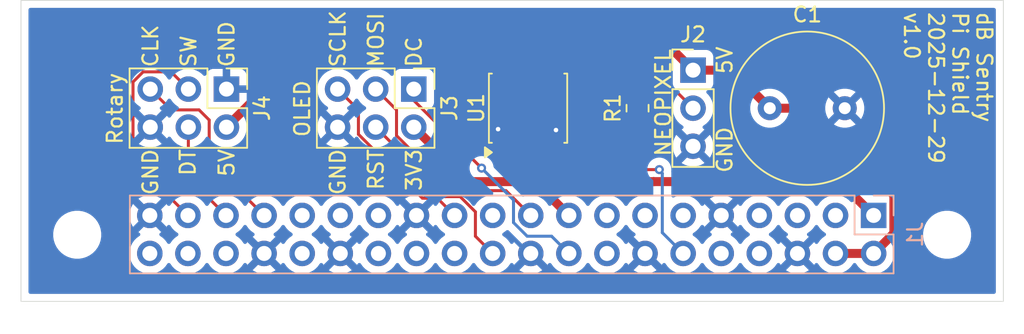
<source format=kicad_pcb>
(kicad_pcb (version 20241229) (generator "pcbnew") (generator_version "9.0")
  (layers (0 "F.Cu" signal) (2 "B.Cu" signal) (13 "F.Paste" user) (15 "B.Paste" user) (5 "F.SilkS" user "F.Silkscreen") (7 "B.SilkS" user "B.Silkscreen") (1 "F.Mask" user) (3 "B.Mask" user) (25 "Edge.Cuts" user))
  (net 0 "")
  (net 1 "+5V")
  (net 4 "GND")
  (net 5 "+3.3V")
  (net 7 "/ENCODER_CLK")
  (net 10 "/OLED_DC")
  (net 17 "/ENCODER_DT")
  (net 18 "/OLED_RST")
  (net 21 "/LED Data")
  (net 23 "/OLED_MOSI")
  (net 25 "/ENCODER_SW")
  (net 30 "/OLED_SCLK")
  (net 32 "Net-(R1-Pad1)")
  (net 33 "Net-(J2-Pin_2)")
  (footprint "MountingHole:MountingHole_2.7mm_M2.5" (layer "F.Cu") (at 108.84 76.75)
    (property "Reference" "H1" (hide yes))
    (property "Value" "MountingHole")
    (pad "" np_thru_hole circle (at 0 0) (size 2.7 2.7) (drill 2.7) (layers "*.Cu" "*.Mask"))
  )
  (footprint "Connector_PinHeader_2.54mm:PinHeader_1x03_P2.54mm_Vertical" (layer "F.Cu") (at 149.9 65.76)
    (property "Reference" "J2" (at 0 -2.38 0) (layer "F.SilkS"))
    (property "Value" "LED Header")
    (fp_line (start -1.38 -1.38) (end 0 -1.38) (stroke (width 0.12)) (layer "F.SilkS"))
    (fp_line (start -1.38 0) (end -1.38 -1.38) (stroke (width 0.12)) (layer "F.SilkS"))
    (fp_line (start -1.38 1.27) (end -1.38 6.46) (stroke (width 0.12)) (layer "F.SilkS"))
    (fp_line (start -1.38 1.27) (end 1.38 1.27) (stroke (width 0.12)) (layer "F.SilkS"))
    (fp_line (start -1.38 6.46) (end 1.38 6.46) (stroke (width 0.12)) (layer "F.SilkS"))
    (fp_line (start 1.38 1.27) (end 1.38 6.46) (stroke (width 0.12)) (layer "F.SilkS"))
    (pad "1" thru_hole rect (at 0 0) (size 1.7 1.7) (drill 1) (layers "*.Cu" "*.Mask") (net 1 "+5V"))
    (pad "2" thru_hole circle (at 0 2.54) (size 1.7 1.7) (drill 1) (layers "*.Cu" "*.Mask") (net 33 "Net-(J2-Pin_2)"))
    (pad "3" thru_hole circle (at 0 5.08) (size 1.7 1.7) (drill 1) (layers "*.Cu" "*.Mask") (net 4 "GND"))
  )
  (footprint "MountingHole:MountingHole_2.7mm_M2.5" (layer "F.Cu") (at 166.84 76.75)
    (property "Reference" "H2" (hide yes))
    (property "Value" "MountingHole")
    (pad "" np_thru_hole circle (at 0 0) (size 2.7 2.7) (drill 2.7) (layers "*.Cu" "*.Mask"))
  )
  (footprint "Connector_PinHeader_2.54mm:PinHeader_2x03_P2.54mm_Vertical" (layer "F.Cu") (at 118.79 67.025 -90)
    (property "Reference" "J4" (at 1.27 -2.38 90) (layer "F.SilkS"))
    (property "Value" "Rotary Encoder")
    (fp_line (start -1.38 6.46) (end 3.92 6.46) (stroke (width 0.12)) (layer "F.SilkS"))
    (fp_line (start -1.38 1.27) (end -1.38 6.46) (stroke (width 0.12)) (layer "F.SilkS"))
    (fp_line (start -1.38 1.27) (end 1.27 1.27) (stroke (width 0.12)) (layer "F.SilkS"))
    (fp_line (start 1.27 1.27) (end 1.27 -1.38) (stroke (width 0.12)) (layer "F.SilkS"))
    (fp_line (start -1.38 0) (end -1.38 -1.38) (stroke (width 0.12)) (layer "F.SilkS"))
    (fp_line (start -1.38 -1.38) (end 0 -1.38) (stroke (width 0.12)) (layer "F.SilkS"))
    (fp_line (start 1.27 -1.38) (end 3.92 -1.38) (stroke (width 0.12)) (layer "F.SilkS"))
    (fp_line (start 3.92 -1.38) (end 3.92 6.46) (stroke (width 0.12)) (layer "F.SilkS"))
    (pad "1" thru_hole rect (at 0 0 270) (size 1.7 1.7) (drill 1) (layers "*.Cu" "*.Mask") (net 4 "GND"))
    (pad "2" thru_hole circle (at 2.54 0 270) (size 1.7 1.7) (drill 1) (layers "*.Cu" "*.Mask") (net 1 "+5V"))
    (pad "3" thru_hole circle (at 0 2.54 270) (size 1.7 1.7) (drill 1) (layers "*.Cu" "*.Mask") (net 25 "/ENCODER_SW"))
    (pad "4" thru_hole circle (at 2.54 2.54 270) (size 1.7 1.7) (drill 1) (layers "*.Cu" "*.Mask") (net 17 "/ENCODER_DT"))
    (pad "5" thru_hole circle (at 0 5.08 270) (size 1.7 1.7) (drill 1) (layers "*.Cu" "*.Mask") (net 7 "/ENCODER_CLK"))
    (pad "6" thru_hole circle (at 2.54 5.08 270) (size 1.7 1.7) (drill 1) (layers "*.Cu" "*.Mask") (net 4 "GND"))
  )
  (footprint "Resistor_SMD:R_0805_2012Metric_Pad1.20x1.40mm_HandSolder" (layer "F.Cu") (at 146.2 68.3 90)
    (property "Reference" "R1" (at 0 -1.65 90) (layer "F.SilkS"))
    (property "Value" "330")
    (fp_line (start -0.227064 -0.735) (end 0.227064 -0.735) (stroke (width 0.12)) (layer "F.SilkS"))
    (fp_line (start -0.227064 0.735) (end 0.227064 0.735) (stroke (width 0.12)) (layer "F.SilkS"))
    (pad "1" smd roundrect (at -1 0 90) (size 1.2 1.4) (layers "F.Cu" "F.Mask" "F.Paste") (roundrect_rratio 0.208333) (net 32 "Net-(R1-Pad1)"))
    (pad "2" smd roundrect (at 1 0 90) (size 1.2 1.4) (layers "F.Cu" "F.Mask" "F.Paste") (roundrect_rratio 0.208333) (net 33 "Net-(J2-Pin_2)"))
  )
  (footprint "Connector_PinHeader_2.54mm:PinHeader_2x03_P2.54mm_Vertical" (layer "F.Cu") (at 131.28 67.025 -90)
    (property "Reference" "J3" (at 1.27 -2.38 90) (layer "F.SilkS"))
    (property "Value" "OLED Display")
    (fp_line (start -1.38 6.46) (end 3.92 6.46) (stroke (width 0.12)) (layer "F.SilkS"))
    (fp_line (start -1.38 1.27) (end -1.38 6.46) (stroke (width 0.12)) (layer "F.SilkS"))
    (fp_line (start -1.38 1.27) (end 1.27 1.27) (stroke (width 0.12)) (layer "F.SilkS"))
    (fp_line (start 1.27 1.27) (end 1.27 -1.38) (stroke (width 0.12)) (layer "F.SilkS"))
    (fp_line (start -1.38 0) (end -1.38 -1.38) (stroke (width 0.12)) (layer "F.SilkS"))
    (fp_line (start -1.38 -1.38) (end 0 -1.38) (stroke (width 0.12)) (layer "F.SilkS"))
    (fp_line (start 1.27 -1.38) (end 3.92 -1.38) (stroke (width 0.12)) (layer "F.SilkS"))
    (fp_line (start 3.92 -1.38) (end 3.92 6.46) (stroke (width 0.12)) (layer "F.SilkS"))
    (pad "1" thru_hole rect (at 0 0 270) (size 1.7 1.7) (drill 1) (layers "*.Cu" "*.Mask") (net 10 "/OLED_DC"))
    (pad "2" thru_hole circle (at 2.54 0 270) (size 1.7 1.7) (drill 1) (layers "*.Cu" "*.Mask") (net 5 "+3.3V"))
    (pad "3" thru_hole circle (at 0 2.54 270) (size 1.7 1.7) (drill 1) (layers "*.Cu" "*.Mask") (net 23 "/OLED_MOSI"))
    (pad "4" thru_hole circle (at 2.54 2.54 270) (size 1.7 1.7) (drill 1) (layers "*.Cu" "*.Mask") (net 18 "/OLED_RST"))
    (pad "5" thru_hole circle (at 0 5.08 270) (size 1.7 1.7) (drill 1) (layers "*.Cu" "*.Mask") (net 30 "/OLED_SCLK"))
    (pad "6" thru_hole circle (at 2.54 5.08 270) (size 1.7 1.7) (drill 1) (layers "*.Cu" "*.Mask") (net 4 "GND"))
  )
  (footprint "Capacitor_THT:C_Radial_D10.0mm_H16.0mm_P5.00mm" (layer "F.Cu") (at 155.015 68.3)
    (property "Reference" "C1" (at 2.5 -6.25 0) (layer "F.SilkS"))
    (property "Value" "1000uF")
    (fp_circle (center 2.5 0) (end 7.62 0) (stroke (width 0.12)) (fill no) (layer "F.SilkS"))
    (pad "1" thru_hole circle (at 0 0) (size 1.6 1.6) (drill 0.8) (layers "*.Cu" "*.Mask") (net 1 "+5V"))
    (pad "2" thru_hole circle (at 5 0) (size 1.6 1.6) (drill 0.8) (layers "*.Cu" "*.Mask") (net 4 "GND"))
  )
  (footprint "Package_SO:TSSOP-14_4.4x5mm_P0.65mm" (layer "F.Cu") (at 138.9 68.3 90)
    (property "Reference" "U1" (at 0 -3.45 90) (layer "F.SilkS"))
    (property "Value" "74AHCT125")
    (fp_line (start 2.31 -2.61) (end 2.31 -2.41) (stroke (width 0.12)) (layer "F.SilkS"))
    (fp_line (start -2.31 -2.61) (end 2.31 -2.61) (stroke (width 0.12)) (layer "F.SilkS"))
    (fp_line (start -2.31 -2.41) (end -2.31 -2.61) (stroke (width 0.12)) (layer "F.SilkS"))
    (fp_line (start 2.31 2.41) (end 2.31 2.61) (stroke (width 0.12)) (layer "F.SilkS"))
    (fp_line (start 2.31 2.61) (end -2.31 2.61) (stroke (width 0.12)) (layer "F.SilkS"))
    (fp_line (start -2.31 2.61) (end -2.31 2.41) (stroke (width 0.12)) (layer "F.SilkS"))
    (fp_poly (pts (xy -2.95 -2.41) (xy -3.29 -2.88) (xy -2.61 -2.88)) (stroke (width 0.12)) (fill yes) (layer "F.SilkS"))
    (pad "1" smd roundrect (at -2.8625 -1.95 90) (size 1.475 0.4) (layers "F.Cu" "F.Mask" "F.Paste") (net 4 "GND"))
    (pad "2" smd roundrect (at -2.8625 -1.3 90) (size 1.475 0.4) (layers "F.Cu" "F.Mask" "F.Paste") (net 21 "/LED Data"))
    (pad "3" smd roundrect (at -2.8625 -0.65 90) (size 1.475 0.4) (layers "F.Cu" "F.Mask" "F.Paste") (net 32 "Net-(R1-Pad1)"))
    (pad "4" smd roundrect (at -2.8625 0 90) (size 1.475 0.4) (layers "F.Cu" "F.Mask" "F.Paste") (net 1 "+5V"))
    (pad "5" smd roundrect (at -2.8625 0.65 90) (size 1.475 0.4) (layers "F.Cu" "F.Mask" "F.Paste"))
    (pad "6" smd roundrect (at -2.8625 1.3 90) (size 1.475 0.4) (layers "F.Cu" "F.Mask" "F.Paste"))
    (pad "7" smd roundrect (at -2.8625 1.95 90) (size 1.475 0.4) (layers "F.Cu" "F.Mask" "F.Paste") (net 4 "GND"))
    (pad "8" smd roundrect (at 2.8625 1.95 90) (size 1.475 0.4) (layers "F.Cu" "F.Mask" "F.Paste"))
    (pad "9" smd roundrect (at 2.8625 1.3 90) (size 1.475 0.4) (layers "F.Cu" "F.Mask" "F.Paste"))
    (pad "10" smd roundrect (at 2.8625 0.65 90) (size 1.475 0.4) (layers "F.Cu" "F.Mask" "F.Paste") (net 1 "+5V"))
    (pad "11" smd roundrect (at 2.8625 0 90) (size 1.475 0.4) (layers "F.Cu" "F.Mask" "F.Paste"))
    (pad "12" smd roundrect (at 2.8625 -0.65 90) (size 1.475 0.4) (layers "F.Cu" "F.Mask" "F.Paste"))
    (pad "13" smd roundrect (at 2.8625 -1.3 90) (size 1.475 0.4) (layers "F.Cu" "F.Mask" "F.Paste") (net 1 "+5V"))
    (pad "14" smd roundrect (at 2.8625 -1.95 90) (size 1.475 0.4) (layers "F.Cu" "F.Mask" "F.Paste") (net 1 "+5V"))
  )
  (footprint "Connector_PinSocket_2.54mm:PinSocket_2x20_P2.54mm_Vertical" (layer "B.Cu") (at 161.94 75.46 90)
    (property "Reference" "J1" (at -1.27 2.77 90) (layer "B.SilkS") (effects (justify mirror)))
    (property "Value" "Raspberry_Pi_2_3")
    (fp_line (start -3.87 -49.59) (end 1.33 -49.59) (stroke (width 0.12)) (layer "B.SilkS"))
    (fp_line (start 1.33 -1.27) (end 1.33 -49.59) (stroke (width 0.12)) (layer "B.SilkS"))
    (fp_line (start -1.27 -1.27) (end 1.33 -1.27) (stroke (width 0.12)) (layer "B.SilkS"))
    (fp_line (start 1.33 1.33) (end 1.33 0) (stroke (width 0.12)) (layer "B.SilkS"))
    (fp_line (start 0 1.33) (end 1.33 1.33) (stroke (width 0.12)) (layer "B.SilkS"))
    (fp_line (start -1.27 1.33) (end -1.27 -1.27) (stroke (width 0.12)) (layer "B.SilkS"))
    (fp_line (start -3.87 1.33) (end -3.87 -49.59) (stroke (width 0.12)) (layer "B.SilkS"))
    (fp_line (start -3.87 1.33) (end -1.27 1.33) (stroke (width 0.12)) (layer "B.SilkS"))
    (pad "1" thru_hole rect (at 0 0 90) (size 1.7 1.7) (drill 1) (layers "*.Cu" "*.Mask") (net 5 "+3.3V"))
    (pad "2" thru_hole circle (at -2.54 0 90) (size 1.7 1.7) (drill 1) (layers "*.Cu" "*.Mask") (net 1 "+5V"))
    (pad "3" thru_hole circle (at 0 -2.54 90) (size 1.7 1.7) (drill 1) (layers "*.Cu" "*.Mask"))
    (pad "4" thru_hole circle (at -2.54 -2.54 90) (size 1.7 1.7) (drill 1) (layers "*.Cu" "*.Mask") (net 1 "+5V"))
    (pad "5" thru_hole circle (at 0 -5.08 90) (size 1.7 1.7) (drill 1) (layers "*.Cu" "*.Mask"))
    (pad "6" thru_hole circle (at -2.54 -5.08 90) (size 1.7 1.7) (drill 1) (layers "*.Cu" "*.Mask") (net 4 "GND"))
    (pad "7" thru_hole circle (at 0 -7.62 90) (size 1.7 1.7) (drill 1) (layers "*.Cu" "*.Mask"))
    (pad "8" thru_hole circle (at -2.54 -7.62 90) (size 1.7 1.7) (drill 1) (layers "*.Cu" "*.Mask"))
    (pad "9" thru_hole circle (at 0 -10.16 90) (size 1.7 1.7) (drill 1) (layers "*.Cu" "*.Mask") (net 4 "GND"))
    (pad "10" thru_hole circle (at -2.54 -10.16 90) (size 1.7 1.7) (drill 1) (layers "*.Cu" "*.Mask"))
    (pad "11" thru_hole circle (at 0 -12.7 90) (size 1.7 1.7) (drill 1) (layers "*.Cu" "*.Mask"))
    (pad "12" thru_hole circle (at -2.54 -12.7 90) (size 1.7 1.7) (drill 1) (layers "*.Cu" "*.Mask") (net 21 "/LED Data"))
    (pad "13" thru_hole circle (at 0 -15.24 90) (size 1.7 1.7) (drill 1) (layers "*.Cu" "*.Mask"))
    (pad "14" thru_hole circle (at -2.54 -15.24 90) (size 1.7 1.7) (drill 1) (layers "*.Cu" "*.Mask") (net 4 "GND"))
    (pad "15" thru_hole circle (at 0 -17.78 90) (size 1.7 1.7) (drill 1) (layers "*.Cu" "*.Mask"))
    (pad "16" thru_hole circle (at -2.54 -17.78 90) (size 1.7 1.7) (drill 1) (layers "*.Cu" "*.Mask"))
    (pad "17" thru_hole circle (at 0 -20.32 90) (size 1.7 1.7) (drill 1) (layers "*.Cu" "*.Mask") (net 5 "+3.3V"))
    (pad "18" thru_hole circle (at -2.54 -20.32 90) (size 1.7 1.7) (drill 1) (layers "*.Cu" "*.Mask") (net 10 "/OLED_DC"))
    (pad "19" thru_hole circle (at 0 -22.86 90) (size 1.7 1.7) (drill 1) (layers "*.Cu" "*.Mask") (net 23 "/OLED_MOSI"))
    (pad "20" thru_hole circle (at -2.54 -22.86 90) (size 1.7 1.7) (drill 1) (layers "*.Cu" "*.Mask") (net 4 "GND"))
    (pad "21" thru_hole circle (at 0 -25.4 90) (size 1.7 1.7) (drill 1) (layers "*.Cu" "*.Mask"))
    (pad "22" thru_hole circle (at -2.54 -25.4 90) (size 1.7 1.7) (drill 1) (layers "*.Cu" "*.Mask") (net 18 "/OLED_RST"))
    (pad "23" thru_hole circle (at 0 -27.94 90) (size 1.7 1.7) (drill 1) (layers "*.Cu" "*.Mask") (net 30 "/OLED_SCLK"))
    (pad "24" thru_hole circle (at -2.54 -27.94 90) (size 1.7 1.7) (drill 1) (layers "*.Cu" "*.Mask"))
    (pad "25" thru_hole circle (at 0 -30.48 90) (size 1.7 1.7) (drill 1) (layers "*.Cu" "*.Mask") (net 4 "GND"))
    (pad "26" thru_hole circle (at -2.54 -30.48 90) (size 1.7 1.7) (drill 1) (layers "*.Cu" "*.Mask"))
    (pad "27" thru_hole circle (at 0 -33.02 90) (size 1.7 1.7) (drill 1) (layers "*.Cu" "*.Mask"))
    (pad "28" thru_hole circle (at -2.54 -33.02 90) (size 1.7 1.7) (drill 1) (layers "*.Cu" "*.Mask"))
    (pad "29" thru_hole circle (at 0 -35.56 90) (size 1.7 1.7) (drill 1) (layers "*.Cu" "*.Mask"))
    (pad "30" thru_hole circle (at -2.54 -35.56 90) (size 1.7 1.7) (drill 1) (layers "*.Cu" "*.Mask") (net 4 "GND"))
    (pad "31" thru_hole circle (at 0 -38.1 90) (size 1.7 1.7) (drill 1) (layers "*.Cu" "*.Mask"))
    (pad "32" thru_hole circle (at -2.54 -38.1 90) (size 1.7 1.7) (drill 1) (layers "*.Cu" "*.Mask"))
    (pad "33" thru_hole circle (at 0 -40.64 90) (size 1.7 1.7) (drill 1) (layers "*.Cu" "*.Mask") (net 7 "/ENCODER_CLK"))
    (pad "34" thru_hole circle (at -2.54 -40.64 90) (size 1.7 1.7) (drill 1) (layers "*.Cu" "*.Mask") (net 4 "GND"))
    (pad "35" thru_hole circle (at 0 -43.18 90) (size 1.7 1.7) (drill 1) (layers "*.Cu" "*.Mask") (net 17 "/ENCODER_DT"))
    (pad "36" thru_hole circle (at -2.54 -43.18 90) (size 1.7 1.7) (drill 1) (layers "*.Cu" "*.Mask"))
    (pad "37" thru_hole circle (at 0 -45.72 90) (size 1.7 1.7) (drill 1) (layers "*.Cu" "*.Mask") (net 25 "/ENCODER_SW"))
    (pad "38" thru_hole circle (at -2.54 -45.72 90) (size 1.7 1.7) (drill 1) (layers "*.Cu" "*.Mask"))
    (pad "39" thru_hole circle (at 0 -48.26 90) (size 1.7 1.7) (drill 1) (layers "*.Cu" "*.Mask") (net 4 "GND"))
    (pad "40" thru_hole circle (at -2.54 -48.26 90) (size 1.7 1.7) (drill 1) (layers "*.Cu" "*.Mask"))
  )
  (gr_rect (start 105.09 61.1) (end 170.59 81.2) (stroke (width 0.05)) (fill no) (layer "Edge.Cuts"))
  (gr_text "SCLK" (at 126.80175 65.645 90) (layer "F.SilkS") (effects (font (size 1 1)) (justify left bottom)))
  (gr_text "dB Sentry\nPi Shield\n2025-12-29\nv1.0" (at 163.9 61.8 270) (layer "F.SilkS") (effects (font (size 1 1)) (justify left bottom)))
  (gr_text "GND" (at 114.31175 74.185714 90) (layer "F.SilkS") (effects (font (size 1 1)) (justify left bottom)))
  (gr_text "MOSI" (at 129.34175 65.645 90) (layer "F.SilkS") (effects (font (size 1 1)) (justify left bottom)))
  (gr_text "GND" (at 119.39175 65.645 90) (layer "F.SilkS") (effects (font (size 1 1)) (justify left bottom)))
  (gr_text "Rotary" (at 111.94 70.805953 90) (layer "F.SilkS") (effects (font (size 1 1)) (justify left bottom)))
  (gr_text "GND" (at 152.6 72.7 90) (layer "F.SilkS") (effects (font (size 1 1)) (justify left bottom)))
  (gr_text "DT" (at 116.8 72.9 90) (layer "F.SilkS") (effects (font (size 1 1)) (justify left bottom)))
  (gr_text "NEOPIXEL" (at 148.5 71.6 90) (layer "F.SilkS") (effects (font (size 1 1)) (justify left bottom)))
  (gr_text "5V" (at 152.6 66.1 90) (layer "F.SilkS") (effects (font (size 1 1)) (justify left bottom)))
  (gr_text "GND" (at 126.80175 74.185714 90) (layer "F.SilkS") (effects (font (size 1 1)) (justify left bottom)))
  (gr_text "RST" (at 129.34175 73.852381 90) (layer "F.SilkS") (effects (font (size 1 1)) (justify left bottom)))
  (gr_text "3V3" (at 131.88175 73.9 90) (layer "F.SilkS") (effects (font (size 1 1)) (justify left bottom)))
  (gr_text "5V" (at 119.39175 72.947619 90) (layer "F.SilkS") (effects (font (size 1 1)) (justify left bottom)))
  (gr_text "CLK" (at 114.31175 65.645 90) (layer "F.SilkS") (effects (font (size 1 1)) (justify left bottom)))
  (gr_text "DC" (at 131.88175 65.645 90) (layer "F.SilkS") (effects (font (size 1 1)) (justify left bottom)))
  (gr_text "OLED" (at 124.43 70.305953 90) (layer "F.SilkS") (effects (font (size 1 1)) (justify left bottom)))
  (gr_text "SW" (at 116.85175 65.645 90) (layer "F.SilkS") (effects (font (size 1 1)) (justify left bottom)))
  (segment (start 139.55 66.74487) (end 139.55 65.4375) (width 0.2) (layer "F.Cu") (net 1))
  (segment (start 137 63.2) (end 125.155 63.2) (width 0.6) (layer "F.Cu") (net 1))
  (segment (start 163.291 76.649) (end 163.291 74.109) (width 0.6) (layer "F.Cu") (net 1))
  (segment (start 138.9 71.1625) (end 138.9 67.39487) (width 0.2) (layer "F.Cu") (net 1))
  (segment (start 136.95 65.4375) (end 136.95 63.25) (width 0.2) (layer "F.Cu") (net 1))
  (segment (start 163.291 74.109) (end 157.482 68.3) (width 0.6) (layer "F.Cu") (net 1))
  (segment (start 137.6 65.4375) (end 137.6 63.3) (width 0.2) (layer "F.Cu") (net 1))
  (segment (start 136.95 63.25) (end 137 63.2) (width 0.2) (layer "F.Cu") (net 1))
  (segment (start 138.9 67.39487) (end 139.55 66.74487) (width 0.2) (layer "F.Cu") (net 1))
  (segment (start 152.475 65.76) (end 149.9 65.76) (width 0.6) (layer "F.Cu") (net 1))
  (segment (start 139.5 63.2) (end 137.5 63.2) (width 0.6) (layer "F.Cu") (net 1))
  (segment (start 161.94 78) (end 163.291 76.649) (width 0.6) (layer "F.Cu") (net 1))
  (segment (start 139.55 65.4375) (end 139.55 63.25) (width 0.2) (layer "F.Cu") (net 1))
  (segment (start 125.155 63.2) (end 118.79 69.565) (width 0.6) (layer "F.Cu") (net 1))
  (segment (start 157.482 68.3) (end 155.015 68.3) (width 0.6) (layer "F.Cu") (net 1))
  (segment (start 155.015 68.3) (end 152.475 65.76) (width 0.6) (layer "F.Cu") (net 1))
  (segment (start 137.5 63.2) (end 137 63.2) (width 0.6) (layer "F.Cu") (net 1))
  (segment (start 149.9 65.76) (end 147.34 63.2) (width 0.6) (layer "F.Cu") (net 1))
  (segment (start 137.6 63.3) (end 137.5 63.2) (width 0.2) (layer "F.Cu") (net 1))
  (segment (start 139.55 63.25) (end 139.5 63.2) (width 0.2) (layer "F.Cu") (net 1))
  (segment (start 159.4 78) (end 161.94 78) (width 0.6) (layer "F.Cu") (net 1))
  (segment (start 147.34 63.2) (end 139.5 63.2) (width 0.6) (layer "F.Cu") (net 1))
  (segment (start 136.95 69.75) (end 136.9 69.7) (width 0.2) (layer "F.Cu") (net 4))
  (segment (start 140.85 71.1625) (end 140.85 69.849256) (width 0.2) (layer "F.Cu") (net 4))
  (segment (start 136.95 71.1625) (end 136.95 69.75) (width 0.2) (layer "F.Cu") (net 4))
  (segment (start 140.85 69.849256) (end 140.760741 69.759997) (width 0.2) (layer "F.Cu") (net 4))
  (via (at 136.9 69.7) (size 0.6) (drill 0.3) (layers "F.Cu" "B.Cu") (net 4))
  (via (at 140.760741 69.759997) (size 0.6) (drill 0.3) (layers "F.Cu" "B.Cu") (net 4))
  (segment (start 134.918 73.203) (end 131.28 69.565) (width 0.6) (layer "F.Cu") (net 5))
  (segment (start 139.803 73.203) (end 134.918 73.203) (width 0.6) (layer "F.Cu") (net 5))
  (segment (start 139.757 73.203) (end 139.56 73.4) (width 0.6) (layer "F.Cu") (net 5))
  (segment (start 147.273214 73.2) (end 147.270214 73.203) (width 0.6) (layer "F.Cu") (net 5))
  (segment (start 161.94 75.46) (end 159.68 73.2) (width 0.6) (layer "F.Cu") (net 5))
  (segment (start 139.56 73.4) (end 141.62 75.46) (width 0.6) (layer "F.Cu") (net 5))
  (segment (start 147.270214 73.203) (end 139.757 73.203) (width 0.6) (layer "F.Cu") (net 5))
  (segment (start 159.68 73.2) (end 147.273214 73.2) (width 0.6) (layer "F.Cu") (net 5))
  (segment (start 116.96476 68.414) (end 117.639 69.08824) (width 0.2) (layer "F.Cu") (net 7))
  (segment (start 113.71 67.025) (end 115.099 68.414) (width 0.2) (layer "F.Cu") (net 7))
  (segment (start 117.639 69.08824) (end 117.639 71.799) (width 0.2) (layer "F.Cu") (net 7))
  (segment (start 115.099 68.414) (end 116.96476 68.414) (width 0.2) (layer "F.Cu") (net 7))
  (segment (start 117.639 71.799) (end 121.3 75.46) (width 0.2) (layer "F.Cu") (net 7))
  (segment (start 131.28 67.78) (end 135.8 72.3) (width 0.2) (layer "F.Cu") (net 10))
  (segment (start 131.28 67.025) (end 131.28 67.78) (width 0.2) (layer "F.Cu") (net 10))
  (via (at 135.8 72.3) (size 0.6) (drill 0.3) (layers "F.Cu" "B.Cu") (net 10))
  (segment (start 135.8 72.3) (end 137.929 74.429) (width 0.2) (layer "B.Cu") (net 10))
  (segment (start 138.84124 76.849) (end 140.469 76.849) (width 0.2) (layer "B.Cu") (net 10))
  (segment (start 140.469 76.849) (end 141.62 78) (width 0.2) (layer "B.Cu") (net 10))
  (segment (start 137.929 75.93676) (end 138.84124 76.849) (width 0.2) (layer "B.Cu") (net 10))
  (segment (start 137.929 74.429) (end 137.929 75.93676) (width 0.2) (layer "B.Cu") (net 10))
  (segment (start 116.25 72.95) (end 118.76 75.46) (width 0.2) (layer "F.Cu") (net 17))
  (segment (start 116.25 69.565) (end 116.25 72.95) (width 0.2) (layer "F.Cu") (net 17))
  (segment (start 128.74 69.565) (end 133.38 74.205) (width 0.2) (layer "F.Cu") (net 18))
  (segment (start 135.389 76.849) (end 136.54 78) (width 0.2) (layer "F.Cu") (net 18))
  (segment (start 133.38 74.205) (end 134.37276 74.205) (width 0.2) (layer "F.Cu") (net 18))
  (segment (start 135.389 75.22124) (end 135.389 76.849) (width 0.2) (layer "F.Cu") (net 18))
  (segment (start 134.37276 74.205) (end 135.389 75.22124) (width 0.2) (layer "F.Cu") (net 18))
  (segment (start 144.098 72.602) (end 138.302001 72.602) (width 0.2) (layer "F.Cu") (net 21))
  (segment (start 138.302001 72.602) (end 137.6 71.899999) (width 0.2) (layer "F.Cu") (net 21))
  (segment (start 147.65 72.4) (end 144.3 72.4) (width 0.2) (layer "F.Cu") (net 21))
  (segment (start 137.6 71.899999) (end 137.6 71.1625) (width 0.2) (layer "F.Cu") (net 21))
  (segment (start 144.3 72.4) (end 144.098 72.602) (width 0.2) (layer "F.Cu") (net 21))
  (via (at 147.65 72.4) (size 0.6) (drill 0.3) (layers "F.Cu" "B.Cu") (net 21))
  (segment (start 147.851 72.651) (end 147.851 76.611) (width 0.2) (layer "B.Cu") (net 21))
  (segment (start 147.65 72.45) (end 147.851 72.651) (width 0.2) (layer "B.Cu") (net 21))
  (segment (start 147.65 72.4) (end 147.65 72.45) (width 0.2) (layer "B.Cu") (net 21))
  (segment (start 147.851 76.611) (end 149.24 78) (width 0.2) (layer "B.Cu") (net 21))
  (segment (start 130.129 70.129) (end 133.8 73.8) (width 0.2) (layer "F.Cu") (net 23))
  (segment (start 130.129 68.414) (end 130.129 70.129) (width 0.2) (layer "F.Cu") (net 23))
  (segment (start 137.424 73.804) (end 139.08 75.46) (width 0.2) (layer "F.Cu") (net 23))
  (segment (start 128.74 67.025) (end 130.129 68.414) (width 0.2) (layer "F.Cu") (net 23))
  (segment (start 134.665058 73.8) (end 134.669058 73.804) (width 0.2) (layer "F.Cu") (net 23))
  (segment (start 134.669058 73.804) (end 137.424 73.804) (width 0.2) (layer "F.Cu") (net 23))
  (segment (start 133.8 73.8) (end 134.665058 73.8) (width 0.2) (layer "F.Cu") (net 23))
  (segment (start 113.23324 65.874) (end 115.099 65.874) (width 0.2) (layer "F.Cu") (net 25))
  (segment (start 115.099 65.874) (end 116.25 67.025) (width 0.2) (layer "F.Cu") (net 25))
  (segment (start 112.559 66.54824) (end 113.23324 65.874) (width 0.2) (layer "F.Cu") (net 25))
  (segment (start 112.559 71.799) (end 112.559 66.54824) (width 0.2) (layer "F.Cu") (net 25))
  (segment (start 116.22 75.46) (end 112.559 71.799) (width 0.2) (layer "F.Cu") (net 25))
  (segment (start 127.589 68.414) (end 127.589 70.04176) (width 0.2) (layer "F.Cu") (net 30))
  (segment (start 126.2 67.025) (end 127.589 68.414) (width 0.2) (layer "F.Cu") (net 30))
  (segment (start 132.849 74.309) (end 134 75.46) (width 0.2) (layer "F.Cu") (net 30))
  (segment (start 127.589 70.04176) (end 131.85624 74.309) (width 0.2) (layer "F.Cu") (net 30))
  (segment (start 131.85624 74.309) (end 132.849 74.309) (width 0.2) (layer "F.Cu") (net 30))
  (segment (start 138.25 71.1625) (end 138.25 71.899999) (width 0.2) (layer "F.Cu") (net 32))
  (segment (start 138.551001 72.201) (end 143.299 72.201) (width 0.2) (layer "F.Cu") (net 32))
  (segment (start 143.299 72.201) (end 146.2 69.3) (width 0.2) (layer "F.Cu") (net 32))
  (segment (start 138.25 71.899999) (end 138.551001 72.201) (width 0.2) (layer "F.Cu") (net 32))
  (segment (start 148.9 67.3) (end 149.9 68.3) (width 0.2) (layer "F.Cu") (net 33))
  (segment (start 146.2 67.3) (end 148.9 67.3) (width 0.2) (layer "F.Cu") (net 33))
  (zone (net 4) (net_name "GND") (layer "B.Cu") (connect_pads (clearance 0.5)) (min_thickness 0.25) (fill yes (thermal_gap 0.5) (thermal_bridge_width 0.5))
    (polygon (pts (xy 105.09 61.1) (xy 170.59 61.1) (xy 170.59 81.2) (xy 105.09 81.2)))
  )
)
</source>
